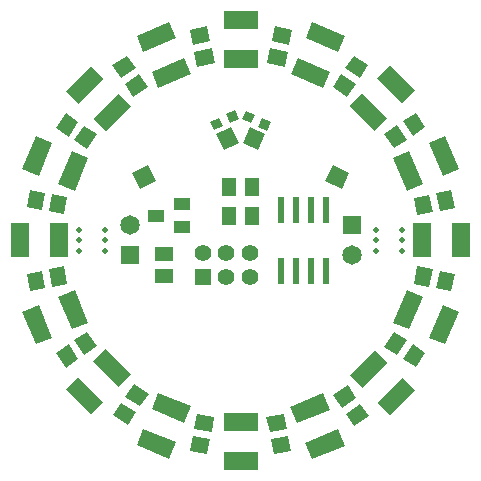
<source format=gts>
G04 (created by PCBNEW (2013-05-02 BZR 4133)-testing) date Fri 03 May 2013 02:17:12 PM CEST*
%MOIN*%
G04 Gerber Fmt 3.4, Leading zero omitted, Abs format*
%FSLAX34Y34*%
G01*
G70*
G90*
G04 APERTURE LIST*
%ADD10C,0.006*%
%ADD11R,0.0551X0.0393*%
%ADD12C,0.019685*%
%ADD13R,0.0551181X0.0551181*%
%ADD14C,0.0551181*%
%ADD15R,0.11811X0.0590551*%
%ADD16R,0.0590551X0.11811*%
%ADD17R,0.059X0.0511*%
%ADD18R,0.0511X0.059*%
%ADD19R,0.0649606X0.0649606*%
%ADD20C,0.0649606*%
%ADD21R,0.0236X0.0866*%
G04 APERTURE END LIST*
G54D10*
G54D11*
X23621Y-25137D03*
X23621Y-24389D03*
X22755Y-24763D03*
G54D12*
X21062Y-25590D03*
X20196Y-25590D03*
X21062Y-25944D03*
X21062Y-25236D03*
X20196Y-25236D03*
X20196Y-25944D03*
X30118Y-25590D03*
X30984Y-25590D03*
X30118Y-25236D03*
X30118Y-25944D03*
X30984Y-25944D03*
X30984Y-25236D03*
G54D13*
X24330Y-26811D03*
G54D14*
X24330Y-26023D03*
X25118Y-26811D03*
X25118Y-26023D03*
X25905Y-26811D03*
X25905Y-26023D03*
G54D10*
G36*
X20508Y-22847D02*
X20056Y-23938D01*
X19510Y-23712D01*
X19962Y-22621D01*
X20508Y-22847D01*
X20508Y-22847D01*
G37*
G36*
X19308Y-22350D02*
X18856Y-23441D01*
X18310Y-23215D01*
X18762Y-22124D01*
X19308Y-22350D01*
X19308Y-22350D01*
G37*
G36*
X20056Y-27242D02*
X20508Y-28333D01*
X19962Y-28559D01*
X19510Y-27468D01*
X20056Y-27242D01*
X20056Y-27242D01*
G37*
G36*
X18856Y-27739D02*
X19308Y-28830D01*
X18762Y-29056D01*
X18310Y-27965D01*
X18856Y-27739D01*
X18856Y-27739D01*
G37*
G36*
X27242Y-31144D02*
X28333Y-30692D01*
X28559Y-31237D01*
X27468Y-31689D01*
X27242Y-31144D01*
X27242Y-31144D01*
G37*
G36*
X27739Y-32344D02*
X28830Y-31892D01*
X29056Y-32438D01*
X27965Y-32890D01*
X27739Y-32344D01*
X27739Y-32344D01*
G37*
G36*
X23938Y-20056D02*
X22847Y-20508D01*
X22621Y-19962D01*
X23712Y-19510D01*
X23938Y-20056D01*
X23938Y-20056D01*
G37*
G36*
X23441Y-18856D02*
X22350Y-19308D01*
X22124Y-18762D01*
X23215Y-18310D01*
X23441Y-18856D01*
X23441Y-18856D01*
G37*
G36*
X22847Y-30672D02*
X23938Y-31124D01*
X23712Y-31670D01*
X22621Y-31218D01*
X22847Y-30672D01*
X22847Y-30672D01*
G37*
G36*
X22350Y-31873D02*
X23441Y-32325D01*
X23215Y-32870D01*
X22124Y-32418D01*
X22350Y-31873D01*
X22350Y-31873D01*
G37*
G54D15*
X25590Y-31633D03*
X25590Y-32933D03*
G54D16*
X19547Y-25590D03*
X18248Y-25590D03*
G54D10*
G36*
X21932Y-21116D02*
X21097Y-21951D01*
X20679Y-21534D01*
X21514Y-20699D01*
X21932Y-21116D01*
X21932Y-21116D01*
G37*
G36*
X21013Y-20198D02*
X20178Y-21033D01*
X19760Y-20615D01*
X20595Y-19780D01*
X21013Y-20198D01*
X21013Y-20198D01*
G37*
G36*
X21097Y-29209D02*
X21932Y-30044D01*
X21514Y-30462D01*
X20679Y-29627D01*
X21097Y-29209D01*
X21097Y-29209D01*
G37*
G36*
X20178Y-30128D02*
X21013Y-30963D01*
X20595Y-31380D01*
X19760Y-30545D01*
X20178Y-30128D01*
X20178Y-30128D01*
G37*
G36*
X24723Y-19693D02*
X24145Y-19808D01*
X24044Y-19307D01*
X24623Y-19192D01*
X24723Y-19693D01*
X24723Y-19693D01*
G37*
G36*
X24577Y-18959D02*
X23998Y-19075D01*
X23898Y-18574D01*
X24476Y-18458D01*
X24577Y-18959D01*
X24577Y-18959D01*
G37*
G36*
X22505Y-20476D02*
X22015Y-20805D01*
X21730Y-20381D01*
X22220Y-20051D01*
X22505Y-20476D01*
X22505Y-20476D01*
G37*
G36*
X22088Y-19855D02*
X21598Y-20184D01*
X21313Y-19760D01*
X21803Y-19431D01*
X22088Y-19855D01*
X22088Y-19855D01*
G37*
G36*
X20805Y-22052D02*
X20478Y-22543D01*
X20053Y-22259D01*
X20380Y-21769D01*
X20805Y-22052D01*
X20805Y-22052D01*
G37*
G36*
X20183Y-21637D02*
X19855Y-22128D01*
X19430Y-21844D01*
X19758Y-21354D01*
X20183Y-21637D01*
X20183Y-21637D01*
G37*
G36*
X19805Y-24129D02*
X19702Y-24710D01*
X19199Y-24622D01*
X19301Y-24041D01*
X19805Y-24129D01*
X19805Y-24129D01*
G37*
G36*
X19068Y-23999D02*
X18965Y-24580D01*
X18462Y-24492D01*
X18565Y-23911D01*
X19068Y-23999D01*
X19068Y-23999D01*
G37*
G36*
X19693Y-26457D02*
X19808Y-27036D01*
X19307Y-27136D01*
X19192Y-26557D01*
X19693Y-26457D01*
X19693Y-26457D01*
G37*
G36*
X18959Y-26604D02*
X19075Y-27182D01*
X18574Y-27282D01*
X18458Y-26704D01*
X18959Y-26604D01*
X18959Y-26604D01*
G37*
G36*
X20476Y-28636D02*
X20805Y-29126D01*
X20381Y-29411D01*
X20051Y-28921D01*
X20476Y-28636D01*
X20476Y-28636D01*
G37*
G36*
X19855Y-29053D02*
X20184Y-29543D01*
X19760Y-29828D01*
X19431Y-29338D01*
X19855Y-29053D01*
X19855Y-29053D01*
G37*
G36*
X22030Y-30375D02*
X22522Y-30700D01*
X22240Y-31126D01*
X21748Y-30801D01*
X22030Y-30375D01*
X22030Y-30375D01*
G37*
G36*
X21617Y-30998D02*
X22109Y-31324D01*
X21827Y-31750D01*
X21335Y-31425D01*
X21617Y-30998D01*
X21617Y-30998D01*
G37*
G36*
X24140Y-31373D02*
X24719Y-31484D01*
X24623Y-31986D01*
X24043Y-31875D01*
X24140Y-31373D01*
X24140Y-31373D01*
G37*
G36*
X23998Y-32107D02*
X24578Y-32219D01*
X24481Y-32721D01*
X23902Y-32609D01*
X23998Y-32107D01*
X23998Y-32107D01*
G37*
G36*
X26453Y-31490D02*
X27031Y-31371D01*
X27134Y-31871D01*
X26557Y-31991D01*
X26453Y-31490D01*
X26453Y-31490D01*
G37*
G36*
X26605Y-32223D02*
X27182Y-32103D01*
X27286Y-32603D01*
X26708Y-32723D01*
X26605Y-32223D01*
X26605Y-32223D01*
G37*
G36*
X28673Y-30748D02*
X29160Y-30416D01*
X29448Y-30838D01*
X28961Y-31170D01*
X28673Y-30748D01*
X28673Y-30748D01*
G37*
G36*
X29094Y-31366D02*
X29582Y-31034D01*
X29870Y-31456D01*
X29382Y-31788D01*
X29094Y-31366D01*
X29094Y-31366D01*
G37*
G36*
X30374Y-29135D02*
X30696Y-28641D01*
X31124Y-28920D01*
X30802Y-29414D01*
X30374Y-29135D01*
X30374Y-29135D01*
G37*
G36*
X31001Y-29544D02*
X31323Y-29049D01*
X31751Y-29328D01*
X31429Y-29823D01*
X31001Y-29544D01*
X31001Y-29544D01*
G37*
G36*
X27055Y-19808D02*
X26477Y-19693D01*
X26577Y-19192D01*
X27155Y-19307D01*
X27055Y-19808D01*
X27055Y-19808D01*
G37*
G36*
X27202Y-19075D02*
X26623Y-18959D01*
X26723Y-18458D01*
X27302Y-18574D01*
X27202Y-19075D01*
X27202Y-19075D01*
G37*
G36*
X31487Y-24743D02*
X31372Y-24164D01*
X31873Y-24064D01*
X31988Y-24643D01*
X31487Y-24743D01*
X31487Y-24743D01*
G37*
G36*
X32221Y-24596D02*
X32105Y-24018D01*
X32606Y-23918D01*
X32722Y-24496D01*
X32221Y-24596D01*
X32221Y-24596D01*
G37*
G36*
X29148Y-20805D02*
X28657Y-20478D01*
X28940Y-20053D01*
X29431Y-20380D01*
X29148Y-20805D01*
X29148Y-20805D01*
G37*
G36*
X29563Y-20183D02*
X29072Y-19855D01*
X29355Y-19430D01*
X29846Y-19758D01*
X29563Y-20183D01*
X29563Y-20183D01*
G37*
G36*
X30702Y-22523D02*
X30375Y-22032D01*
X30800Y-21749D01*
X31128Y-22240D01*
X30702Y-22523D01*
X30702Y-22523D01*
G37*
G36*
X31325Y-22108D02*
X30997Y-21617D01*
X31423Y-21334D01*
X31750Y-21825D01*
X31325Y-22108D01*
X31325Y-22108D01*
G37*
G36*
X31372Y-27036D02*
X31487Y-26457D01*
X31988Y-26557D01*
X31873Y-27136D01*
X31372Y-27036D01*
X31372Y-27036D01*
G37*
G36*
X32105Y-27182D02*
X32221Y-26604D01*
X32722Y-26704D01*
X32606Y-27282D01*
X32105Y-27182D01*
X32105Y-27182D01*
G37*
G54D17*
X23031Y-26791D03*
X23031Y-26043D03*
G54D18*
X25216Y-23799D03*
X25964Y-23799D03*
G54D10*
G36*
X30672Y-28333D02*
X31124Y-27242D01*
X31670Y-27468D01*
X31218Y-28559D01*
X30672Y-28333D01*
X30672Y-28333D01*
G37*
G36*
X31873Y-28830D02*
X32325Y-27739D01*
X32870Y-27965D01*
X32418Y-29056D01*
X31873Y-28830D01*
X31873Y-28830D01*
G37*
G36*
X31124Y-23938D02*
X30672Y-22847D01*
X31218Y-22621D01*
X31670Y-23712D01*
X31124Y-23938D01*
X31124Y-23938D01*
G37*
G36*
X32325Y-23441D02*
X31873Y-22350D01*
X32418Y-22124D01*
X32870Y-23215D01*
X32325Y-23441D01*
X32325Y-23441D01*
G37*
G54D15*
X25590Y-19547D03*
X25590Y-18248D03*
G54D16*
X31633Y-25590D03*
X32933Y-25590D03*
G54D10*
G36*
X30064Y-21932D02*
X29229Y-21097D01*
X29646Y-20679D01*
X30481Y-21514D01*
X30064Y-21932D01*
X30064Y-21932D01*
G37*
G36*
X30983Y-21013D02*
X30147Y-20178D01*
X30565Y-19760D01*
X31400Y-20595D01*
X30983Y-21013D01*
X30983Y-21013D01*
G37*
G36*
X29229Y-30084D02*
X30064Y-29248D01*
X30481Y-29666D01*
X29646Y-30501D01*
X29229Y-30084D01*
X29229Y-30084D01*
G37*
G36*
X30147Y-31002D02*
X30983Y-30167D01*
X31400Y-30585D01*
X30565Y-31420D01*
X30147Y-31002D01*
X30147Y-31002D01*
G37*
G36*
X28353Y-20508D02*
X27262Y-20056D01*
X27488Y-19510D01*
X28579Y-19962D01*
X28353Y-20508D01*
X28353Y-20508D01*
G37*
G36*
X28850Y-19308D02*
X27759Y-18856D01*
X27985Y-18310D01*
X29076Y-18762D01*
X28850Y-19308D01*
X28850Y-19308D01*
G37*
G36*
X25655Y-22336D02*
X25904Y-21801D01*
X26404Y-22034D01*
X26154Y-22569D01*
X25655Y-22336D01*
X25655Y-22336D01*
G37*
G36*
X28420Y-23626D02*
X28670Y-23091D01*
X29205Y-23340D01*
X28955Y-23875D01*
X28420Y-23626D01*
X28420Y-23626D01*
G37*
G36*
X25276Y-21801D02*
X25525Y-22336D01*
X25026Y-22569D01*
X24776Y-22034D01*
X25276Y-21801D01*
X25276Y-21801D01*
G37*
G36*
X22511Y-23091D02*
X22760Y-23626D01*
X22225Y-23875D01*
X21975Y-23340D01*
X22511Y-23091D01*
X22511Y-23091D01*
G37*
G54D19*
X29291Y-25090D03*
G54D20*
X29291Y-26090D03*
G54D19*
X21889Y-26090D03*
G54D20*
X21889Y-25090D03*
G54D21*
X28446Y-24567D03*
X27946Y-24567D03*
X27446Y-24567D03*
X26946Y-24567D03*
X26946Y-26613D03*
X27446Y-26613D03*
X27946Y-26613D03*
X28446Y-26613D03*
G54D18*
X25216Y-24763D03*
X25964Y-24763D03*
G54D10*
G36*
X25776Y-21263D02*
X26061Y-21396D01*
X25928Y-21680D01*
X25643Y-21548D01*
X25776Y-21263D01*
X25776Y-21263D01*
G37*
G36*
X26311Y-21512D02*
X26595Y-21645D01*
X26463Y-21930D01*
X26178Y-21797D01*
X26311Y-21512D01*
X26311Y-21512D01*
G37*
G36*
X25534Y-21542D02*
X25250Y-21675D01*
X25117Y-21390D01*
X25401Y-21258D01*
X25534Y-21542D01*
X25534Y-21542D01*
G37*
G36*
X24999Y-21792D02*
X24715Y-21924D01*
X24582Y-21640D01*
X24867Y-21507D01*
X24999Y-21792D01*
X24999Y-21792D01*
G37*
M02*

</source>
